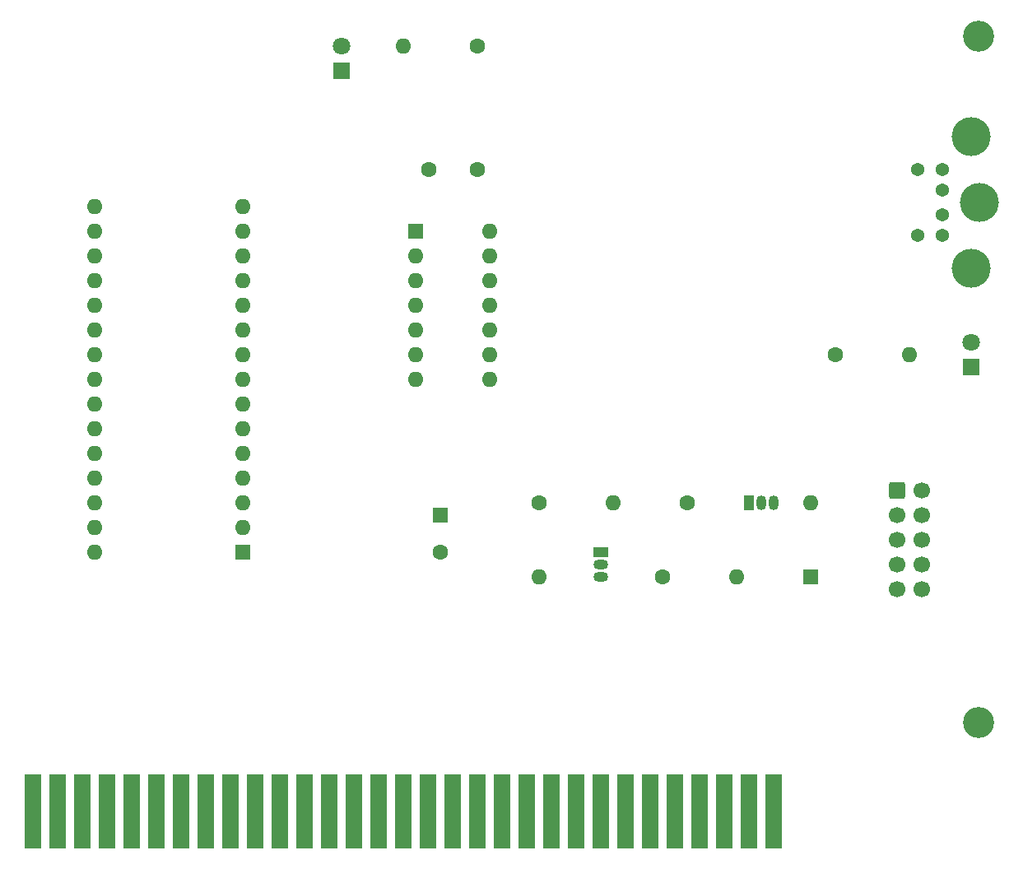
<source format=gbr>
%TF.GenerationSoftware,KiCad,Pcbnew,7.0.6*%
%TF.CreationDate,2023-08-14T15:46:54+02:00*%
%TF.ProjectId,ps2_mouse_to_serial_port_adapter_ISA_card,7073325f-6d6f-4757-9365-5f746f5f7365,rev?*%
%TF.SameCoordinates,Original*%
%TF.FileFunction,Soldermask,Bot*%
%TF.FilePolarity,Negative*%
%FSLAX46Y46*%
G04 Gerber Fmt 4.6, Leading zero omitted, Abs format (unit mm)*
G04 Created by KiCad (PCBNEW 7.0.6) date 2023-08-14 15:46:54*
%MOMM*%
%LPD*%
G01*
G04 APERTURE LIST*
G04 Aperture macros list*
%AMRoundRect*
0 Rectangle with rounded corners*
0 $1 Rounding radius*
0 $2 $3 $4 $5 $6 $7 $8 $9 X,Y pos of 4 corners*
0 Add a 4 corners polygon primitive as box body*
4,1,4,$2,$3,$4,$5,$6,$7,$8,$9,$2,$3,0*
0 Add four circle primitives for the rounded corners*
1,1,$1+$1,$2,$3*
1,1,$1+$1,$4,$5*
1,1,$1+$1,$6,$7*
1,1,$1+$1,$8,$9*
0 Add four rect primitives between the rounded corners*
20,1,$1+$1,$2,$3,$4,$5,0*
20,1,$1+$1,$4,$5,$6,$7,0*
20,1,$1+$1,$6,$7,$8,$9,0*
20,1,$1+$1,$8,$9,$2,$3,0*%
G04 Aperture macros list end*
%ADD10R,1.780000X7.620000*%
%ADD11C,1.371600*%
%ADD12C,4.000500*%
%ADD13C,3.200000*%
%ADD14C,1.600000*%
%ADD15O,1.600000X1.600000*%
%ADD16R,1.050000X1.500000*%
%ADD17O,1.050000X1.500000*%
%ADD18RoundRect,0.250000X-0.600000X-0.600000X0.600000X-0.600000X0.600000X0.600000X-0.600000X0.600000X0*%
%ADD19C,1.700000*%
%ADD20R,1.800000X1.800000*%
%ADD21C,1.800000*%
%ADD22R,1.600000X1.600000*%
%ADD23R,1.500000X1.050000*%
%ADD24O,1.500000X1.050000*%
G04 APERTURE END LIST*
D10*
%TO.C,J3*%
X91440000Y-96520000D03*
X88900000Y-96520000D03*
X86360000Y-96520000D03*
X83820000Y-96520000D03*
X81280000Y-96520000D03*
X78740000Y-96520000D03*
X76200000Y-96520000D03*
X73660000Y-96520000D03*
X71120000Y-96520000D03*
X68580000Y-96520000D03*
X66040000Y-96520000D03*
X63500000Y-96520000D03*
X60960000Y-96520000D03*
X58420000Y-96520000D03*
X55880000Y-96520000D03*
X53340000Y-96520000D03*
X50800000Y-96520000D03*
X48260000Y-96520000D03*
X45720000Y-96520000D03*
X43180000Y-96520000D03*
X40640000Y-96520000D03*
X38100000Y-96520000D03*
X35560000Y-96520000D03*
X33020000Y-96520000D03*
X30480000Y-96520000D03*
X27940000Y-96520000D03*
X25400000Y-96520000D03*
X22860000Y-96520000D03*
X20320000Y-96520000D03*
X17780000Y-96520000D03*
X15240000Y-96520000D03*
%TD*%
D11*
%TO.C,J2*%
X108760260Y-32580580D03*
X108760260Y-35181540D03*
X108760260Y-30530800D03*
X108760260Y-37231320D03*
X106268520Y-30530800D03*
X106268520Y-37231320D03*
D12*
X111760000Y-27122120D03*
X112570260Y-33881060D03*
X111760000Y-40640000D03*
%TD*%
D13*
%TO.C,H2*%
X112522000Y-87376000D03*
%TD*%
%TO.C,H1*%
X112522000Y-16764000D03*
%TD*%
D14*
%TO.C,R3*%
X82550000Y-64770000D03*
D15*
X74930000Y-64770000D03*
%TD*%
D16*
%TO.C,U2*%
X88900000Y-64770000D03*
D17*
X90170000Y-64770000D03*
X91440000Y-64770000D03*
%TD*%
D18*
%TO.C,J1*%
X104140000Y-63500000D03*
D19*
X106680000Y-63500000D03*
X104140000Y-66040000D03*
X106680000Y-66040000D03*
X104140000Y-68580000D03*
X106680000Y-68580000D03*
X104140000Y-71120000D03*
X106680000Y-71120000D03*
X104140000Y-73660000D03*
X106680000Y-73660000D03*
%TD*%
D20*
%TO.C,D2*%
X111760000Y-50800000D03*
D21*
X111760000Y-48260000D03*
%TD*%
D22*
%TO.C,U1*%
X54610000Y-36830000D03*
D15*
X54610000Y-39370000D03*
X54610000Y-41910000D03*
X54610000Y-44450000D03*
X54610000Y-46990000D03*
X54610000Y-49530000D03*
X54610000Y-52070000D03*
X62230000Y-52070000D03*
X62230000Y-49530000D03*
X62230000Y-46990000D03*
X62230000Y-44450000D03*
X62230000Y-41910000D03*
X62230000Y-39370000D03*
X62230000Y-36830000D03*
%TD*%
D23*
%TO.C,Q1*%
X73660000Y-69850000D03*
D24*
X73660000Y-71120000D03*
X73660000Y-72390000D03*
%TD*%
D14*
%TO.C,R4*%
X97790000Y-49530000D03*
D15*
X105410000Y-49530000D03*
%TD*%
D14*
%TO.C,R5*%
X60960000Y-17780000D03*
D15*
X53340000Y-17780000D03*
%TD*%
D22*
%TO.C,D1*%
X95250000Y-72390000D03*
D15*
X95250000Y-64770000D03*
%TD*%
D22*
%TO.C,C1*%
X57150000Y-66050000D03*
D14*
X57150000Y-69850000D03*
%TD*%
%TO.C,R1*%
X80010000Y-72390000D03*
D15*
X87630000Y-72390000D03*
%TD*%
D14*
%TO.C,R2*%
X67310000Y-64770000D03*
D15*
X67310000Y-72390000D03*
%TD*%
D14*
%TO.C,C2*%
X60960000Y-30480000D03*
X55960000Y-30480000D03*
%TD*%
D20*
%TO.C,D3*%
X46990000Y-20320000D03*
D21*
X46990000Y-17780000D03*
%TD*%
D22*
%TO.C,A1*%
X36830000Y-69850000D03*
D15*
X36830000Y-67310000D03*
X36830000Y-64770000D03*
X36830000Y-62230000D03*
X36830000Y-59690000D03*
X36830000Y-57150000D03*
X36830000Y-54610000D03*
X36830000Y-52070000D03*
X36830000Y-49530000D03*
X36830000Y-46990000D03*
X36830000Y-44450000D03*
X36830000Y-41910000D03*
X36830000Y-39370000D03*
X36830000Y-36830000D03*
X36830000Y-34290000D03*
X21590000Y-34290000D03*
X21590000Y-36830000D03*
X21590000Y-39370000D03*
X21590000Y-41910000D03*
X21590000Y-44450000D03*
X21590000Y-46990000D03*
X21590000Y-49530000D03*
X21590000Y-52070000D03*
X21590000Y-54610000D03*
X21590000Y-57150000D03*
X21590000Y-59690000D03*
X21590000Y-62230000D03*
X21590000Y-64770000D03*
X21590000Y-67310000D03*
X21590000Y-69850000D03*
%TD*%
M02*

</source>
